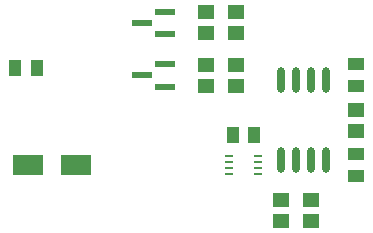
<source format=gtp>
G04 Layer_Color=7318015*
%FSLAX44Y44*%
%MOMM*%
G71*
G01*
G75*
%ADD10R,1.8000X0.6000*%
%ADD11R,0.8000X0.2500*%
%ADD13R,1.3500X1.1500*%
%ADD14R,1.0500X1.4500*%
%ADD15R,2.5000X1.7000*%
%ADD16O,0.6000X2.2000*%
%ADD17R,1.4500X1.0500*%
D10*
X558450Y544950D02*
D03*
Y563950D02*
D03*
X538450Y554450D02*
D03*
X558450Y589400D02*
D03*
Y608400D02*
D03*
X538450Y598900D02*
D03*
D11*
X636600Y470750D02*
D03*
Y475750D02*
D03*
Y480750D02*
D03*
Y485750D02*
D03*
X612700Y470750D02*
D03*
Y475750D02*
D03*
Y480750D02*
D03*
Y485750D02*
D03*
D13*
X656400Y431400D02*
D03*
Y448900D02*
D03*
X719900Y507600D02*
D03*
Y525100D02*
D03*
X618300Y607650D02*
D03*
Y590150D02*
D03*
X592900D02*
D03*
Y607650D02*
D03*
X618300Y563200D02*
D03*
Y545700D02*
D03*
X592900D02*
D03*
Y563200D02*
D03*
X681800Y431400D02*
D03*
Y448900D02*
D03*
D14*
X615400Y503650D02*
D03*
X633900D02*
D03*
X431250Y560800D02*
D03*
X449750D02*
D03*
D15*
X482500Y478250D02*
D03*
X442500D02*
D03*
D16*
X694500Y550350D02*
D03*
X681800D02*
D03*
X669100D02*
D03*
X656400D02*
D03*
X694500Y482350D02*
D03*
X681800D02*
D03*
X669100D02*
D03*
X656400D02*
D03*
D17*
X719900Y545200D02*
D03*
Y563700D02*
D03*
Y487500D02*
D03*
Y469000D02*
D03*
M02*

</source>
